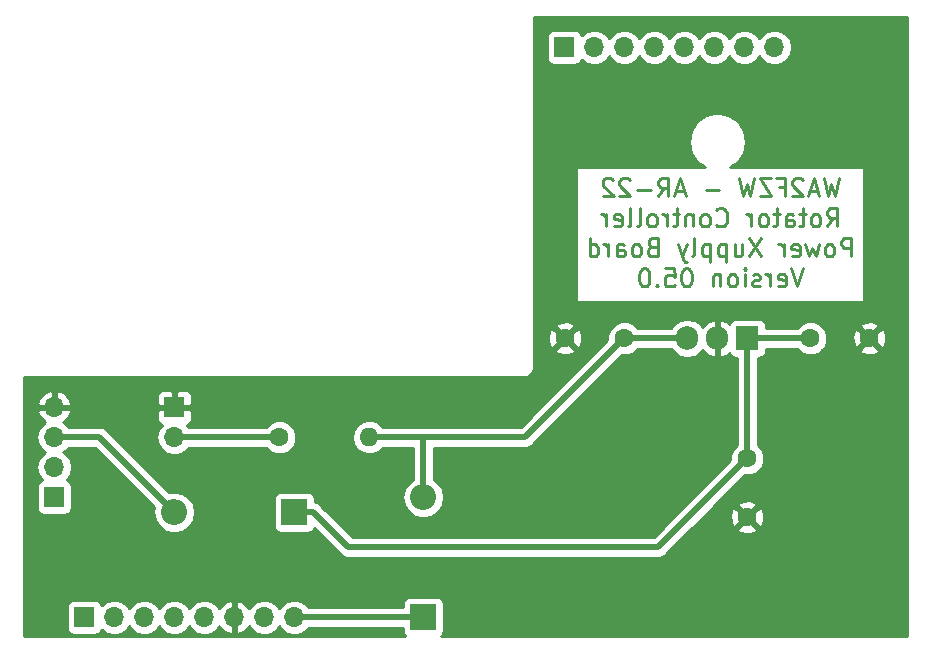
<source format=gbr>
G04 #@! TF.GenerationSoftware,KiCad,Pcbnew,(5.0.2)-1*
G04 #@! TF.CreationDate,2019-02-27T10:38:39-05:00*
G04 #@! TF.ProjectId,AR-22_Power_Supply,41522d32-325f-4506-9f77-65725f537570,rev?*
G04 #@! TF.SameCoordinates,Original*
G04 #@! TF.FileFunction,Copper,L2,Bot*
G04 #@! TF.FilePolarity,Positive*
%FSLAX46Y46*%
G04 Gerber Fmt 4.6, Leading zero omitted, Abs format (unit mm)*
G04 Created by KiCad (PCBNEW (5.0.2)-1) date 2/27/2019 10:38:39 AM*
%MOMM*%
%LPD*%
G01*
G04 APERTURE LIST*
G04 #@! TA.AperFunction,NonConductor*
%ADD10C,0.254000*%
G04 #@! TD*
G04 #@! TA.AperFunction,ComponentPad*
%ADD11C,1.600000*%
G04 #@! TD*
G04 #@! TA.AperFunction,ComponentPad*
%ADD12R,1.700000X1.700000*%
G04 #@! TD*
G04 #@! TA.AperFunction,ComponentPad*
%ADD13O,1.700000X1.700000*%
G04 #@! TD*
G04 #@! TA.AperFunction,ComponentPad*
%ADD14O,2.200000X2.200000*%
G04 #@! TD*
G04 #@! TA.AperFunction,ComponentPad*
%ADD15R,2.200000X2.200000*%
G04 #@! TD*
G04 #@! TA.AperFunction,ComponentPad*
%ADD16R,1.905000X2.000000*%
G04 #@! TD*
G04 #@! TA.AperFunction,ComponentPad*
%ADD17O,1.905000X2.000000*%
G04 #@! TD*
G04 #@! TA.AperFunction,ComponentPad*
%ADD18O,1.600000X1.600000*%
G04 #@! TD*
G04 #@! TA.AperFunction,Conductor*
%ADD19C,0.508000*%
G04 #@! TD*
G04 #@! TA.AperFunction,Conductor*
%ADD20C,0.254000*%
G04 #@! TD*
G04 APERTURE END LIST*
D10*
X185803714Y-42345428D02*
X185446571Y-43869428D01*
X185160857Y-42780857D01*
X184875142Y-43869428D01*
X184518000Y-42345428D01*
X184018000Y-43434000D02*
X183303714Y-43434000D01*
X184160857Y-43869428D02*
X183660857Y-42345428D01*
X183160857Y-43869428D01*
X182732285Y-42490571D02*
X182660857Y-42418000D01*
X182518000Y-42345428D01*
X182160857Y-42345428D01*
X182018000Y-42418000D01*
X181946571Y-42490571D01*
X181875142Y-42635714D01*
X181875142Y-42780857D01*
X181946571Y-42998571D01*
X182803714Y-43869428D01*
X181875142Y-43869428D01*
X180732285Y-43071142D02*
X181232285Y-43071142D01*
X181232285Y-43869428D02*
X181232285Y-42345428D01*
X180518000Y-42345428D01*
X180089428Y-42345428D02*
X179089428Y-42345428D01*
X180089428Y-43869428D01*
X179089428Y-43869428D01*
X178660857Y-42345428D02*
X178303714Y-43869428D01*
X178018000Y-42780857D01*
X177732285Y-43869428D01*
X177375142Y-42345428D01*
X175660857Y-43288857D02*
X174518000Y-43288857D01*
X172732285Y-43434000D02*
X172018000Y-43434000D01*
X172875142Y-43869428D02*
X172375142Y-42345428D01*
X171875142Y-43869428D01*
X170518000Y-43869428D02*
X171018000Y-43143714D01*
X171375142Y-43869428D02*
X171375142Y-42345428D01*
X170803714Y-42345428D01*
X170660857Y-42418000D01*
X170589428Y-42490571D01*
X170518000Y-42635714D01*
X170518000Y-42853428D01*
X170589428Y-42998571D01*
X170660857Y-43071142D01*
X170803714Y-43143714D01*
X171375142Y-43143714D01*
X169875142Y-43288857D02*
X168732285Y-43288857D01*
X168089428Y-42490571D02*
X168018000Y-42418000D01*
X167875142Y-42345428D01*
X167518000Y-42345428D01*
X167375142Y-42418000D01*
X167303714Y-42490571D01*
X167232285Y-42635714D01*
X167232285Y-42780857D01*
X167303714Y-42998571D01*
X168160857Y-43869428D01*
X167232285Y-43869428D01*
X166660857Y-42490571D02*
X166589428Y-42418000D01*
X166446571Y-42345428D01*
X166089428Y-42345428D01*
X165946571Y-42418000D01*
X165875142Y-42490571D01*
X165803714Y-42635714D01*
X165803714Y-42780857D01*
X165875142Y-42998571D01*
X166732285Y-43869428D01*
X165803714Y-43869428D01*
X184803714Y-46409428D02*
X185303714Y-45683714D01*
X185660857Y-46409428D02*
X185660857Y-44885428D01*
X185089428Y-44885428D01*
X184946571Y-44958000D01*
X184875142Y-45030571D01*
X184803714Y-45175714D01*
X184803714Y-45393428D01*
X184875142Y-45538571D01*
X184946571Y-45611142D01*
X185089428Y-45683714D01*
X185660857Y-45683714D01*
X183946571Y-46409428D02*
X184089428Y-46336857D01*
X184160857Y-46264285D01*
X184232285Y-46119142D01*
X184232285Y-45683714D01*
X184160857Y-45538571D01*
X184089428Y-45466000D01*
X183946571Y-45393428D01*
X183732285Y-45393428D01*
X183589428Y-45466000D01*
X183518000Y-45538571D01*
X183446571Y-45683714D01*
X183446571Y-46119142D01*
X183518000Y-46264285D01*
X183589428Y-46336857D01*
X183732285Y-46409428D01*
X183946571Y-46409428D01*
X183018000Y-45393428D02*
X182446571Y-45393428D01*
X182803714Y-44885428D02*
X182803714Y-46191714D01*
X182732285Y-46336857D01*
X182589428Y-46409428D01*
X182446571Y-46409428D01*
X181303714Y-46409428D02*
X181303714Y-45611142D01*
X181375142Y-45466000D01*
X181518000Y-45393428D01*
X181803714Y-45393428D01*
X181946571Y-45466000D01*
X181303714Y-46336857D02*
X181446571Y-46409428D01*
X181803714Y-46409428D01*
X181946571Y-46336857D01*
X182018000Y-46191714D01*
X182018000Y-46046571D01*
X181946571Y-45901428D01*
X181803714Y-45828857D01*
X181446571Y-45828857D01*
X181303714Y-45756285D01*
X180803714Y-45393428D02*
X180232285Y-45393428D01*
X180589428Y-44885428D02*
X180589428Y-46191714D01*
X180518000Y-46336857D01*
X180375142Y-46409428D01*
X180232285Y-46409428D01*
X179518000Y-46409428D02*
X179660857Y-46336857D01*
X179732285Y-46264285D01*
X179803714Y-46119142D01*
X179803714Y-45683714D01*
X179732285Y-45538571D01*
X179660857Y-45466000D01*
X179518000Y-45393428D01*
X179303714Y-45393428D01*
X179160857Y-45466000D01*
X179089428Y-45538571D01*
X179018000Y-45683714D01*
X179018000Y-46119142D01*
X179089428Y-46264285D01*
X179160857Y-46336857D01*
X179303714Y-46409428D01*
X179518000Y-46409428D01*
X178375142Y-46409428D02*
X178375142Y-45393428D01*
X178375142Y-45683714D02*
X178303714Y-45538571D01*
X178232285Y-45466000D01*
X178089428Y-45393428D01*
X177946571Y-45393428D01*
X175446571Y-46264285D02*
X175518000Y-46336857D01*
X175732285Y-46409428D01*
X175875142Y-46409428D01*
X176089428Y-46336857D01*
X176232285Y-46191714D01*
X176303714Y-46046571D01*
X176375142Y-45756285D01*
X176375142Y-45538571D01*
X176303714Y-45248285D01*
X176232285Y-45103142D01*
X176089428Y-44958000D01*
X175875142Y-44885428D01*
X175732285Y-44885428D01*
X175518000Y-44958000D01*
X175446571Y-45030571D01*
X174589428Y-46409428D02*
X174732285Y-46336857D01*
X174803714Y-46264285D01*
X174875142Y-46119142D01*
X174875142Y-45683714D01*
X174803714Y-45538571D01*
X174732285Y-45466000D01*
X174589428Y-45393428D01*
X174375142Y-45393428D01*
X174232285Y-45466000D01*
X174160857Y-45538571D01*
X174089428Y-45683714D01*
X174089428Y-46119142D01*
X174160857Y-46264285D01*
X174232285Y-46336857D01*
X174375142Y-46409428D01*
X174589428Y-46409428D01*
X173446571Y-45393428D02*
X173446571Y-46409428D01*
X173446571Y-45538571D02*
X173375142Y-45466000D01*
X173232285Y-45393428D01*
X173018000Y-45393428D01*
X172875142Y-45466000D01*
X172803714Y-45611142D01*
X172803714Y-46409428D01*
X172303714Y-45393428D02*
X171732285Y-45393428D01*
X172089428Y-44885428D02*
X172089428Y-46191714D01*
X172018000Y-46336857D01*
X171875142Y-46409428D01*
X171732285Y-46409428D01*
X171232285Y-46409428D02*
X171232285Y-45393428D01*
X171232285Y-45683714D02*
X171160857Y-45538571D01*
X171089428Y-45466000D01*
X170946571Y-45393428D01*
X170803714Y-45393428D01*
X170089428Y-46409428D02*
X170232285Y-46336857D01*
X170303714Y-46264285D01*
X170375142Y-46119142D01*
X170375142Y-45683714D01*
X170303714Y-45538571D01*
X170232285Y-45466000D01*
X170089428Y-45393428D01*
X169875142Y-45393428D01*
X169732285Y-45466000D01*
X169660857Y-45538571D01*
X169589428Y-45683714D01*
X169589428Y-46119142D01*
X169660857Y-46264285D01*
X169732285Y-46336857D01*
X169875142Y-46409428D01*
X170089428Y-46409428D01*
X168732285Y-46409428D02*
X168875142Y-46336857D01*
X168946571Y-46191714D01*
X168946571Y-44885428D01*
X167946571Y-46409428D02*
X168089428Y-46336857D01*
X168160857Y-46191714D01*
X168160857Y-44885428D01*
X166803714Y-46336857D02*
X166946571Y-46409428D01*
X167232285Y-46409428D01*
X167375142Y-46336857D01*
X167446571Y-46191714D01*
X167446571Y-45611142D01*
X167375142Y-45466000D01*
X167232285Y-45393428D01*
X166946571Y-45393428D01*
X166803714Y-45466000D01*
X166732285Y-45611142D01*
X166732285Y-45756285D01*
X167446571Y-45901428D01*
X166089428Y-46409428D02*
X166089428Y-45393428D01*
X166089428Y-45683714D02*
X166018000Y-45538571D01*
X165946571Y-45466000D01*
X165803714Y-45393428D01*
X165660857Y-45393428D01*
X186839428Y-48949428D02*
X186839428Y-47425428D01*
X186268000Y-47425428D01*
X186125142Y-47498000D01*
X186053714Y-47570571D01*
X185982285Y-47715714D01*
X185982285Y-47933428D01*
X186053714Y-48078571D01*
X186125142Y-48151142D01*
X186268000Y-48223714D01*
X186839428Y-48223714D01*
X185125142Y-48949428D02*
X185268000Y-48876857D01*
X185339428Y-48804285D01*
X185410857Y-48659142D01*
X185410857Y-48223714D01*
X185339428Y-48078571D01*
X185268000Y-48006000D01*
X185125142Y-47933428D01*
X184910857Y-47933428D01*
X184768000Y-48006000D01*
X184696571Y-48078571D01*
X184625142Y-48223714D01*
X184625142Y-48659142D01*
X184696571Y-48804285D01*
X184768000Y-48876857D01*
X184910857Y-48949428D01*
X185125142Y-48949428D01*
X184125142Y-47933428D02*
X183839428Y-48949428D01*
X183553714Y-48223714D01*
X183268000Y-48949428D01*
X182982285Y-47933428D01*
X181839428Y-48876857D02*
X181982285Y-48949428D01*
X182268000Y-48949428D01*
X182410857Y-48876857D01*
X182482285Y-48731714D01*
X182482285Y-48151142D01*
X182410857Y-48006000D01*
X182268000Y-47933428D01*
X181982285Y-47933428D01*
X181839428Y-48006000D01*
X181768000Y-48151142D01*
X181768000Y-48296285D01*
X182482285Y-48441428D01*
X181125142Y-48949428D02*
X181125142Y-47933428D01*
X181125142Y-48223714D02*
X181053714Y-48078571D01*
X180982285Y-48006000D01*
X180839428Y-47933428D01*
X180696571Y-47933428D01*
X179196571Y-47425428D02*
X178196571Y-48949428D01*
X178196571Y-47425428D02*
X179196571Y-48949428D01*
X176982285Y-47933428D02*
X176982285Y-48949428D01*
X177625142Y-47933428D02*
X177625142Y-48731714D01*
X177553714Y-48876857D01*
X177410857Y-48949428D01*
X177196571Y-48949428D01*
X177053714Y-48876857D01*
X176982285Y-48804285D01*
X176268000Y-47933428D02*
X176268000Y-49457428D01*
X176268000Y-48006000D02*
X176125142Y-47933428D01*
X175839428Y-47933428D01*
X175696571Y-48006000D01*
X175625142Y-48078571D01*
X175553714Y-48223714D01*
X175553714Y-48659142D01*
X175625142Y-48804285D01*
X175696571Y-48876857D01*
X175839428Y-48949428D01*
X176125142Y-48949428D01*
X176268000Y-48876857D01*
X174910857Y-47933428D02*
X174910857Y-49457428D01*
X174910857Y-48006000D02*
X174768000Y-47933428D01*
X174482285Y-47933428D01*
X174339428Y-48006000D01*
X174268000Y-48078571D01*
X174196571Y-48223714D01*
X174196571Y-48659142D01*
X174268000Y-48804285D01*
X174339428Y-48876857D01*
X174482285Y-48949428D01*
X174768000Y-48949428D01*
X174910857Y-48876857D01*
X173339428Y-48949428D02*
X173482285Y-48876857D01*
X173553714Y-48731714D01*
X173553714Y-47425428D01*
X172910857Y-47933428D02*
X172553714Y-48949428D01*
X172196571Y-47933428D02*
X172553714Y-48949428D01*
X172696571Y-49312285D01*
X172768000Y-49384857D01*
X172910857Y-49457428D01*
X169982285Y-48151142D02*
X169768000Y-48223714D01*
X169696571Y-48296285D01*
X169625142Y-48441428D01*
X169625142Y-48659142D01*
X169696571Y-48804285D01*
X169768000Y-48876857D01*
X169910857Y-48949428D01*
X170482285Y-48949428D01*
X170482285Y-47425428D01*
X169982285Y-47425428D01*
X169839428Y-47498000D01*
X169768000Y-47570571D01*
X169696571Y-47715714D01*
X169696571Y-47860857D01*
X169768000Y-48006000D01*
X169839428Y-48078571D01*
X169982285Y-48151142D01*
X170482285Y-48151142D01*
X168768000Y-48949428D02*
X168910857Y-48876857D01*
X168982285Y-48804285D01*
X169053714Y-48659142D01*
X169053714Y-48223714D01*
X168982285Y-48078571D01*
X168910857Y-48006000D01*
X168768000Y-47933428D01*
X168553714Y-47933428D01*
X168410857Y-48006000D01*
X168339428Y-48078571D01*
X168268000Y-48223714D01*
X168268000Y-48659142D01*
X168339428Y-48804285D01*
X168410857Y-48876857D01*
X168553714Y-48949428D01*
X168768000Y-48949428D01*
X166982285Y-48949428D02*
X166982285Y-48151142D01*
X167053714Y-48006000D01*
X167196571Y-47933428D01*
X167482285Y-47933428D01*
X167625142Y-48006000D01*
X166982285Y-48876857D02*
X167125142Y-48949428D01*
X167482285Y-48949428D01*
X167625142Y-48876857D01*
X167696571Y-48731714D01*
X167696571Y-48586571D01*
X167625142Y-48441428D01*
X167482285Y-48368857D01*
X167125142Y-48368857D01*
X166982285Y-48296285D01*
X166268000Y-48949428D02*
X166268000Y-47933428D01*
X166268000Y-48223714D02*
X166196571Y-48078571D01*
X166125142Y-48006000D01*
X165982285Y-47933428D01*
X165839428Y-47933428D01*
X164696571Y-48949428D02*
X164696571Y-47425428D01*
X164696571Y-48876857D02*
X164839428Y-48949428D01*
X165125142Y-48949428D01*
X165268000Y-48876857D01*
X165339428Y-48804285D01*
X165410857Y-48659142D01*
X165410857Y-48223714D01*
X165339428Y-48078571D01*
X165268000Y-48006000D01*
X165125142Y-47933428D01*
X164839428Y-47933428D01*
X164696571Y-48006000D01*
X182768000Y-49965428D02*
X182268000Y-51489428D01*
X181768000Y-49965428D01*
X180696571Y-51416857D02*
X180839428Y-51489428D01*
X181125142Y-51489428D01*
X181268000Y-51416857D01*
X181339428Y-51271714D01*
X181339428Y-50691142D01*
X181268000Y-50546000D01*
X181125142Y-50473428D01*
X180839428Y-50473428D01*
X180696571Y-50546000D01*
X180625142Y-50691142D01*
X180625142Y-50836285D01*
X181339428Y-50981428D01*
X179982285Y-51489428D02*
X179982285Y-50473428D01*
X179982285Y-50763714D02*
X179910857Y-50618571D01*
X179839428Y-50546000D01*
X179696571Y-50473428D01*
X179553714Y-50473428D01*
X179125142Y-51416857D02*
X178982285Y-51489428D01*
X178696571Y-51489428D01*
X178553714Y-51416857D01*
X178482285Y-51271714D01*
X178482285Y-51199142D01*
X178553714Y-51054000D01*
X178696571Y-50981428D01*
X178910857Y-50981428D01*
X179053714Y-50908857D01*
X179125142Y-50763714D01*
X179125142Y-50691142D01*
X179053714Y-50546000D01*
X178910857Y-50473428D01*
X178696571Y-50473428D01*
X178553714Y-50546000D01*
X177839428Y-51489428D02*
X177839428Y-50473428D01*
X177839428Y-49965428D02*
X177910857Y-50038000D01*
X177839428Y-50110571D01*
X177768000Y-50038000D01*
X177839428Y-49965428D01*
X177839428Y-50110571D01*
X176910857Y-51489428D02*
X177053714Y-51416857D01*
X177125142Y-51344285D01*
X177196571Y-51199142D01*
X177196571Y-50763714D01*
X177125142Y-50618571D01*
X177053714Y-50546000D01*
X176910857Y-50473428D01*
X176696571Y-50473428D01*
X176553714Y-50546000D01*
X176482285Y-50618571D01*
X176410857Y-50763714D01*
X176410857Y-51199142D01*
X176482285Y-51344285D01*
X176553714Y-51416857D01*
X176696571Y-51489428D01*
X176910857Y-51489428D01*
X175768000Y-50473428D02*
X175768000Y-51489428D01*
X175768000Y-50618571D02*
X175696571Y-50546000D01*
X175553714Y-50473428D01*
X175339428Y-50473428D01*
X175196571Y-50546000D01*
X175125142Y-50691142D01*
X175125142Y-51489428D01*
X172982285Y-49965428D02*
X172839428Y-49965428D01*
X172696571Y-50038000D01*
X172625142Y-50110571D01*
X172553714Y-50255714D01*
X172482285Y-50546000D01*
X172482285Y-50908857D01*
X172553714Y-51199142D01*
X172625142Y-51344285D01*
X172696571Y-51416857D01*
X172839428Y-51489428D01*
X172982285Y-51489428D01*
X173125142Y-51416857D01*
X173196571Y-51344285D01*
X173268000Y-51199142D01*
X173339428Y-50908857D01*
X173339428Y-50546000D01*
X173268000Y-50255714D01*
X173196571Y-50110571D01*
X173125142Y-50038000D01*
X172982285Y-49965428D01*
X171125142Y-49965428D02*
X171839428Y-49965428D01*
X171910857Y-50691142D01*
X171839428Y-50618571D01*
X171696571Y-50546000D01*
X171339428Y-50546000D01*
X171196571Y-50618571D01*
X171125142Y-50691142D01*
X171053714Y-50836285D01*
X171053714Y-51199142D01*
X171125142Y-51344285D01*
X171196571Y-51416857D01*
X171339428Y-51489428D01*
X171696571Y-51489428D01*
X171839428Y-51416857D01*
X171910857Y-51344285D01*
X170410857Y-51344285D02*
X170339428Y-51416857D01*
X170410857Y-51489428D01*
X170482285Y-51416857D01*
X170410857Y-51344285D01*
X170410857Y-51489428D01*
X169410857Y-49965428D02*
X169268000Y-49965428D01*
X169125142Y-50038000D01*
X169053714Y-50110571D01*
X168982285Y-50255714D01*
X168910857Y-50546000D01*
X168910857Y-50908857D01*
X168982285Y-51199142D01*
X169053714Y-51344285D01*
X169125142Y-51416857D01*
X169268000Y-51489428D01*
X169410857Y-51489428D01*
X169553714Y-51416857D01*
X169625142Y-51344285D01*
X169696571Y-51199142D01*
X169768000Y-50908857D01*
X169768000Y-50546000D01*
X169696571Y-50255714D01*
X169625142Y-50110571D01*
X169553714Y-50038000D01*
X169410857Y-49965428D01*
D11*
G04 #@! TO.P,C1,1*
G04 #@! TO.N,Net-(C1-Pad1)*
X178054000Y-66040000D03*
G04 #@! TO.P,C1,2*
G04 #@! TO.N,GND*
X178054000Y-71040000D03*
G04 #@! TD*
G04 #@! TO.P,C3,2*
G04 #@! TO.N,GND*
X162640000Y-55880000D03*
G04 #@! TO.P,C3,1*
G04 #@! TO.N,Net-(C3-Pad1)*
X167640000Y-55880000D03*
G04 #@! TD*
G04 #@! TO.P,C2,1*
G04 #@! TO.N,Net-(C1-Pad1)*
X183388000Y-55880000D03*
G04 #@! TO.P,C2,2*
G04 #@! TO.N,GND*
X188388000Y-55880000D03*
G04 #@! TD*
D12*
G04 #@! TO.P,J1,1*
G04 #@! TO.N,GND*
X129540000Y-61722000D03*
D13*
G04 #@! TO.P,J1,2*
G04 #@! TO.N,Net-(J1-Pad2)*
X129540000Y-64262000D03*
G04 #@! TD*
D12*
G04 #@! TO.P,J2,1*
G04 #@! TO.N,Net-(J2-Pad1)*
X119380000Y-69342000D03*
D13*
G04 #@! TO.P,J2,2*
G04 #@! TO.N,Net-(J2-Pad2)*
X119380000Y-66802000D03*
G04 #@! TO.P,J2,3*
G04 #@! TO.N,Net-(D1-Pad2)*
X119380000Y-64262000D03*
G04 #@! TO.P,J2,4*
G04 #@! TO.N,GND*
X119380000Y-61722000D03*
G04 #@! TD*
G04 #@! TO.P,,8*
G04 #@! TO.N,Net-(J4-Pad8)*
X180340000Y-31242000D03*
G04 #@! TO.P,,7*
G04 #@! TO.N,Net-(J4-Pad7)*
X177800000Y-31242000D03*
G04 #@! TO.P,,6*
G04 #@! TO.N,Net-(J4-Pad6)*
X175260000Y-31242000D03*
G04 #@! TO.P,,5*
G04 #@! TO.N,Net-(J4-Pad5)*
X172720000Y-31242000D03*
G04 #@! TO.P,,4*
G04 #@! TO.N,Net-(J4-Pad4)*
X170180000Y-31242000D03*
G04 #@! TO.P,,3*
G04 #@! TO.N,Net-(J4-Pad3)*
X167640000Y-31242000D03*
G04 #@! TO.P,,2*
G04 #@! TO.N,Net-(J4-Pad2)*
X165100000Y-31242000D03*
D12*
G04 #@! TO.P,,1*
G04 #@! TO.N,Net-(J4-Pad1)*
X162560000Y-31242000D03*
G04 #@! TD*
G04 #@! TO.P,J3,1*
G04 #@! TO.N,Net-(J3-Pad1)*
X121920000Y-79502000D03*
D13*
G04 #@! TO.P,J3,2*
G04 #@! TO.N,Net-(J3-Pad2)*
X124460000Y-79502000D03*
G04 #@! TO.P,J3,3*
G04 #@! TO.N,Net-(J3-Pad3)*
X127000000Y-79502000D03*
G04 #@! TO.P,J3,4*
G04 #@! TO.N,Net-(J3-Pad4)*
X129540000Y-79502000D03*
G04 #@! TO.P,J3,5*
G04 #@! TO.N,Net-(J3-Pad5)*
X132080000Y-79502000D03*
G04 #@! TO.P,J3,6*
G04 #@! TO.N,GND*
X134620000Y-79502000D03*
G04 #@! TO.P,J3,7*
G04 #@! TO.N,Net-(J3-Pad7)*
X137160000Y-79502000D03*
G04 #@! TO.P,J3,8*
G04 #@! TO.N,Net-(D2-Pad1)*
X139700000Y-79502000D03*
G04 #@! TD*
D14*
G04 #@! TO.P,D2,2*
G04 #@! TO.N,Net-(C3-Pad1)*
X150622000Y-69342000D03*
D15*
G04 #@! TO.P,D2,1*
G04 #@! TO.N,Net-(D2-Pad1)*
X150622000Y-79502000D03*
G04 #@! TD*
G04 #@! TO.P,D1,1*
G04 #@! TO.N,Net-(C1-Pad1)*
X139700000Y-70612000D03*
D14*
G04 #@! TO.P,D1,2*
G04 #@! TO.N,Net-(D1-Pad2)*
X129540000Y-70612000D03*
G04 #@! TD*
D16*
G04 #@! TO.P,U1,1*
G04 #@! TO.N,Net-(C1-Pad1)*
X178054000Y-55880000D03*
D17*
G04 #@! TO.P,U1,2*
G04 #@! TO.N,GND*
X175514000Y-55880000D03*
G04 #@! TO.P,U1,3*
G04 #@! TO.N,Net-(C3-Pad1)*
X172974000Y-55880000D03*
G04 #@! TD*
D11*
G04 #@! TO.P,R1,1*
G04 #@! TO.N,Net-(J1-Pad2)*
X138430000Y-64262000D03*
D18*
G04 #@! TO.P,R1,2*
G04 #@! TO.N,Net-(C3-Pad1)*
X146050000Y-64262000D03*
G04 #@! TD*
D19*
G04 #@! TO.N,Net-(J1-Pad2)*
X129540000Y-64262000D02*
X138430000Y-64262000D01*
G04 #@! TO.N,Net-(C3-Pad1)*
X147181370Y-64262000D02*
X146050000Y-64262000D01*
X167640000Y-55880000D02*
X159258000Y-64262000D01*
X150622000Y-69342000D02*
X150622000Y-64262000D01*
X159258000Y-64262000D02*
X150622000Y-64262000D01*
X150622000Y-64262000D02*
X147181370Y-64262000D01*
X167640000Y-55880000D02*
X168771370Y-55880000D01*
X168771370Y-55880000D02*
X172974000Y-55880000D01*
G04 #@! TO.N,Net-(C1-Pad1)*
X178054000Y-55880000D02*
X183388000Y-55880000D01*
X178054000Y-55880000D02*
X178054000Y-66040000D01*
X141308000Y-70612000D02*
X144272000Y-73576000D01*
X139700000Y-70612000D02*
X141308000Y-70612000D01*
X170518000Y-73576000D02*
X178054000Y-66040000D01*
X144272000Y-73576000D02*
X170518000Y-73576000D01*
G04 #@! TO.N,Net-(D1-Pad2)*
X128440001Y-69512001D02*
X123190000Y-64262000D01*
X129540000Y-70612000D02*
X128440001Y-69512001D01*
X119380000Y-64262000D02*
X123190000Y-64262000D01*
G04 #@! TO.N,Net-(D2-Pad1)*
X139700000Y-79502000D02*
X150622000Y-79502000D01*
G04 #@! TD*
D20*
G04 #@! TO.N,GND*
G36*
X191568001Y-81078000D02*
X152152584Y-81078000D01*
X152179809Y-81059809D01*
X152320157Y-80849765D01*
X152369440Y-80602000D01*
X152369440Y-78402000D01*
X152320157Y-78154235D01*
X152179809Y-77944191D01*
X151969765Y-77803843D01*
X151722000Y-77754560D01*
X149522000Y-77754560D01*
X149274235Y-77803843D01*
X149064191Y-77944191D01*
X148923843Y-78154235D01*
X148874560Y-78402000D01*
X148874560Y-78613000D01*
X140891983Y-78613000D01*
X140770625Y-78431375D01*
X140279418Y-78103161D01*
X139846256Y-78017000D01*
X139553744Y-78017000D01*
X139120582Y-78103161D01*
X138629375Y-78431375D01*
X138430000Y-78729761D01*
X138230625Y-78431375D01*
X137739418Y-78103161D01*
X137306256Y-78017000D01*
X137013744Y-78017000D01*
X136580582Y-78103161D01*
X136089375Y-78431375D01*
X135876157Y-78750478D01*
X135815183Y-78620642D01*
X135386924Y-78230355D01*
X134976890Y-78060524D01*
X134747000Y-78181845D01*
X134747000Y-79375000D01*
X134767000Y-79375000D01*
X134767000Y-79629000D01*
X134747000Y-79629000D01*
X134747000Y-80822155D01*
X134976890Y-80943476D01*
X135386924Y-80773645D01*
X135815183Y-80383358D01*
X135876157Y-80253522D01*
X136089375Y-80572625D01*
X136580582Y-80900839D01*
X137013744Y-80987000D01*
X137306256Y-80987000D01*
X137739418Y-80900839D01*
X138230625Y-80572625D01*
X138430000Y-80274239D01*
X138629375Y-80572625D01*
X139120582Y-80900839D01*
X139553744Y-80987000D01*
X139846256Y-80987000D01*
X140279418Y-80900839D01*
X140770625Y-80572625D01*
X140891983Y-80391000D01*
X148874560Y-80391000D01*
X148874560Y-80602000D01*
X148923843Y-80849765D01*
X149064191Y-81059809D01*
X149091416Y-81078000D01*
X116788000Y-81078000D01*
X116788000Y-78652000D01*
X120422560Y-78652000D01*
X120422560Y-80352000D01*
X120471843Y-80599765D01*
X120612191Y-80809809D01*
X120822235Y-80950157D01*
X121070000Y-80999440D01*
X122770000Y-80999440D01*
X123017765Y-80950157D01*
X123227809Y-80809809D01*
X123368157Y-80599765D01*
X123377184Y-80554381D01*
X123389375Y-80572625D01*
X123880582Y-80900839D01*
X124313744Y-80987000D01*
X124606256Y-80987000D01*
X125039418Y-80900839D01*
X125530625Y-80572625D01*
X125730000Y-80274239D01*
X125929375Y-80572625D01*
X126420582Y-80900839D01*
X126853744Y-80987000D01*
X127146256Y-80987000D01*
X127579418Y-80900839D01*
X128070625Y-80572625D01*
X128270000Y-80274239D01*
X128469375Y-80572625D01*
X128960582Y-80900839D01*
X129393744Y-80987000D01*
X129686256Y-80987000D01*
X130119418Y-80900839D01*
X130610625Y-80572625D01*
X130810000Y-80274239D01*
X131009375Y-80572625D01*
X131500582Y-80900839D01*
X131933744Y-80987000D01*
X132226256Y-80987000D01*
X132659418Y-80900839D01*
X133150625Y-80572625D01*
X133363843Y-80253522D01*
X133424817Y-80383358D01*
X133853076Y-80773645D01*
X134263110Y-80943476D01*
X134493000Y-80822155D01*
X134493000Y-79629000D01*
X134473000Y-79629000D01*
X134473000Y-79375000D01*
X134493000Y-79375000D01*
X134493000Y-78181845D01*
X134263110Y-78060524D01*
X133853076Y-78230355D01*
X133424817Y-78620642D01*
X133363843Y-78750478D01*
X133150625Y-78431375D01*
X132659418Y-78103161D01*
X132226256Y-78017000D01*
X131933744Y-78017000D01*
X131500582Y-78103161D01*
X131009375Y-78431375D01*
X130810000Y-78729761D01*
X130610625Y-78431375D01*
X130119418Y-78103161D01*
X129686256Y-78017000D01*
X129393744Y-78017000D01*
X128960582Y-78103161D01*
X128469375Y-78431375D01*
X128270000Y-78729761D01*
X128070625Y-78431375D01*
X127579418Y-78103161D01*
X127146256Y-78017000D01*
X126853744Y-78017000D01*
X126420582Y-78103161D01*
X125929375Y-78431375D01*
X125730000Y-78729761D01*
X125530625Y-78431375D01*
X125039418Y-78103161D01*
X124606256Y-78017000D01*
X124313744Y-78017000D01*
X123880582Y-78103161D01*
X123389375Y-78431375D01*
X123377184Y-78449619D01*
X123368157Y-78404235D01*
X123227809Y-78194191D01*
X123017765Y-78053843D01*
X122770000Y-78004560D01*
X121070000Y-78004560D01*
X120822235Y-78053843D01*
X120612191Y-78194191D01*
X120471843Y-78404235D01*
X120422560Y-78652000D01*
X116788000Y-78652000D01*
X116788000Y-64262000D01*
X117865908Y-64262000D01*
X117981161Y-64841418D01*
X118309375Y-65332625D01*
X118607761Y-65532000D01*
X118309375Y-65731375D01*
X117981161Y-66222582D01*
X117865908Y-66802000D01*
X117981161Y-67381418D01*
X118309375Y-67872625D01*
X118327619Y-67884816D01*
X118282235Y-67893843D01*
X118072191Y-68034191D01*
X117931843Y-68244235D01*
X117882560Y-68492000D01*
X117882560Y-70192000D01*
X117931843Y-70439765D01*
X118072191Y-70649809D01*
X118282235Y-70790157D01*
X118530000Y-70839440D01*
X120230000Y-70839440D01*
X120477765Y-70790157D01*
X120687809Y-70649809D01*
X120828157Y-70439765D01*
X120877440Y-70192000D01*
X120877440Y-68492000D01*
X120828157Y-68244235D01*
X120687809Y-68034191D01*
X120477765Y-67893843D01*
X120432381Y-67884816D01*
X120450625Y-67872625D01*
X120778839Y-67381418D01*
X120894092Y-66802000D01*
X120778839Y-66222582D01*
X120450625Y-65731375D01*
X120152239Y-65532000D01*
X120450625Y-65332625D01*
X120571983Y-65151000D01*
X122821765Y-65151000D01*
X127855915Y-70185151D01*
X127771010Y-70612000D01*
X127905666Y-71288963D01*
X128289135Y-71862865D01*
X128863037Y-72246334D01*
X129369120Y-72347000D01*
X129710880Y-72347000D01*
X130216963Y-72246334D01*
X130790865Y-71862865D01*
X131174334Y-71288963D01*
X131308990Y-70612000D01*
X131174334Y-69935037D01*
X130891670Y-69512000D01*
X137952560Y-69512000D01*
X137952560Y-71712000D01*
X138001843Y-71959765D01*
X138142191Y-72169809D01*
X138352235Y-72310157D01*
X138600000Y-72359440D01*
X140800000Y-72359440D01*
X141047765Y-72310157D01*
X141257809Y-72169809D01*
X141398157Y-71959765D01*
X141398219Y-71959454D01*
X143581471Y-74142707D01*
X143631067Y-74216933D01*
X143925130Y-74413419D01*
X144184444Y-74465000D01*
X144184445Y-74465000D01*
X144272000Y-74482416D01*
X144359555Y-74465000D01*
X170430445Y-74465000D01*
X170518000Y-74482416D01*
X170605555Y-74465000D01*
X170605556Y-74465000D01*
X170864870Y-74413419D01*
X171158933Y-74216933D01*
X171208531Y-74142704D01*
X173303490Y-72047745D01*
X177225861Y-72047745D01*
X177299995Y-72293864D01*
X177837223Y-72486965D01*
X178407454Y-72459778D01*
X178808005Y-72293864D01*
X178882139Y-72047745D01*
X178054000Y-71219605D01*
X177225861Y-72047745D01*
X173303490Y-72047745D01*
X174528012Y-70823223D01*
X176607035Y-70823223D01*
X176634222Y-71393454D01*
X176800136Y-71794005D01*
X177046255Y-71868139D01*
X177874395Y-71040000D01*
X178233605Y-71040000D01*
X179061745Y-71868139D01*
X179307864Y-71794005D01*
X179500965Y-71256777D01*
X179473778Y-70686546D01*
X179307864Y-70285995D01*
X179061745Y-70211861D01*
X178233605Y-71040000D01*
X177874395Y-71040000D01*
X177046255Y-70211861D01*
X176800136Y-70285995D01*
X176607035Y-70823223D01*
X174528012Y-70823223D01*
X175318980Y-70032255D01*
X177225861Y-70032255D01*
X178054000Y-70860395D01*
X178882139Y-70032255D01*
X178808005Y-69786136D01*
X178270777Y-69593035D01*
X177700546Y-69620222D01*
X177299995Y-69786136D01*
X177225861Y-70032255D01*
X175318980Y-70032255D01*
X177876236Y-67475000D01*
X178339439Y-67475000D01*
X178866862Y-67256534D01*
X179270534Y-66852862D01*
X179489000Y-66325439D01*
X179489000Y-65754561D01*
X179270534Y-65227138D01*
X178943000Y-64899604D01*
X178943000Y-57527440D01*
X179006500Y-57527440D01*
X179254265Y-57478157D01*
X179464309Y-57337809D01*
X179604657Y-57127765D01*
X179653940Y-56880000D01*
X179653940Y-56769000D01*
X182247604Y-56769000D01*
X182575138Y-57096534D01*
X183102561Y-57315000D01*
X183673439Y-57315000D01*
X184200862Y-57096534D01*
X184409651Y-56887745D01*
X187559861Y-56887745D01*
X187633995Y-57133864D01*
X188171223Y-57326965D01*
X188741454Y-57299778D01*
X189142005Y-57133864D01*
X189216139Y-56887745D01*
X188388000Y-56059605D01*
X187559861Y-56887745D01*
X184409651Y-56887745D01*
X184604534Y-56692862D01*
X184823000Y-56165439D01*
X184823000Y-55663223D01*
X186941035Y-55663223D01*
X186968222Y-56233454D01*
X187134136Y-56634005D01*
X187380255Y-56708139D01*
X188208395Y-55880000D01*
X188567605Y-55880000D01*
X189395745Y-56708139D01*
X189641864Y-56634005D01*
X189834965Y-56096777D01*
X189807778Y-55526546D01*
X189641864Y-55125995D01*
X189395745Y-55051861D01*
X188567605Y-55880000D01*
X188208395Y-55880000D01*
X187380255Y-55051861D01*
X187134136Y-55125995D01*
X186941035Y-55663223D01*
X184823000Y-55663223D01*
X184823000Y-55594561D01*
X184604534Y-55067138D01*
X184409651Y-54872255D01*
X187559861Y-54872255D01*
X188388000Y-55700395D01*
X189216139Y-54872255D01*
X189142005Y-54626136D01*
X188604777Y-54433035D01*
X188034546Y-54460222D01*
X187633995Y-54626136D01*
X187559861Y-54872255D01*
X184409651Y-54872255D01*
X184200862Y-54663466D01*
X183673439Y-54445000D01*
X183102561Y-54445000D01*
X182575138Y-54663466D01*
X182247604Y-54991000D01*
X179653940Y-54991000D01*
X179653940Y-54880000D01*
X179604657Y-54632235D01*
X179464309Y-54422191D01*
X179254265Y-54281843D01*
X179006500Y-54232560D01*
X177101500Y-54232560D01*
X176853735Y-54281843D01*
X176643691Y-54422191D01*
X176506745Y-54627143D01*
X176380924Y-54504027D01*
X175886980Y-54289437D01*
X175641000Y-54409406D01*
X175641000Y-55753000D01*
X175661000Y-55753000D01*
X175661000Y-56007000D01*
X175641000Y-56007000D01*
X175641000Y-57350594D01*
X175886980Y-57470563D01*
X176380924Y-57255973D01*
X176506745Y-57132857D01*
X176643691Y-57337809D01*
X176853735Y-57478157D01*
X177101500Y-57527440D01*
X177165000Y-57527440D01*
X177165001Y-64899603D01*
X176837466Y-65227138D01*
X176619000Y-65754561D01*
X176619000Y-66217764D01*
X170149765Y-72687000D01*
X144640236Y-72687000D01*
X141998531Y-70045296D01*
X141948933Y-69971067D01*
X141654870Y-69774581D01*
X141447440Y-69733320D01*
X141447440Y-69512000D01*
X141398157Y-69264235D01*
X141257809Y-69054191D01*
X141047765Y-68913843D01*
X140800000Y-68864560D01*
X138600000Y-68864560D01*
X138352235Y-68913843D01*
X138142191Y-69054191D01*
X138001843Y-69264235D01*
X137952560Y-69512000D01*
X130891670Y-69512000D01*
X130790865Y-69361135D01*
X130216963Y-68977666D01*
X129710880Y-68877000D01*
X129369120Y-68877000D01*
X129113151Y-68927915D01*
X124447236Y-64262000D01*
X128025908Y-64262000D01*
X128141161Y-64841418D01*
X128469375Y-65332625D01*
X128960582Y-65660839D01*
X129393744Y-65747000D01*
X129686256Y-65747000D01*
X130119418Y-65660839D01*
X130610625Y-65332625D01*
X130731983Y-65151000D01*
X137289604Y-65151000D01*
X137617138Y-65478534D01*
X138144561Y-65697000D01*
X138715439Y-65697000D01*
X139242862Y-65478534D01*
X139646534Y-65074862D01*
X139865000Y-64547439D01*
X139865000Y-64262000D01*
X144586887Y-64262000D01*
X144698260Y-64821909D01*
X145015423Y-65296577D01*
X145490091Y-65613740D01*
X145908667Y-65697000D01*
X146191333Y-65697000D01*
X146609909Y-65613740D01*
X147084577Y-65296577D01*
X147181848Y-65151000D01*
X149733001Y-65151000D01*
X149733000Y-67849344D01*
X149371135Y-68091135D01*
X148987666Y-68665037D01*
X148853010Y-69342000D01*
X148987666Y-70018963D01*
X149371135Y-70592865D01*
X149945037Y-70976334D01*
X150451120Y-71077000D01*
X150792880Y-71077000D01*
X151298963Y-70976334D01*
X151872865Y-70592865D01*
X152256334Y-70018963D01*
X152390990Y-69342000D01*
X152256334Y-68665037D01*
X151872865Y-68091135D01*
X151511000Y-67849345D01*
X151511000Y-65151000D01*
X159170445Y-65151000D01*
X159258000Y-65168416D01*
X159345555Y-65151000D01*
X159345556Y-65151000D01*
X159604870Y-65099419D01*
X159898933Y-64902933D01*
X159948531Y-64828704D01*
X167462236Y-57315000D01*
X167925439Y-57315000D01*
X168452862Y-57096534D01*
X168780396Y-56769000D01*
X171627004Y-56769000D01*
X171829477Y-57072023D01*
X172354589Y-57422891D01*
X172974000Y-57546100D01*
X173593410Y-57422891D01*
X174118523Y-57072023D01*
X174253159Y-56870526D01*
X174647076Y-57255973D01*
X175141020Y-57470563D01*
X175387000Y-57350594D01*
X175387000Y-56007000D01*
X175367000Y-56007000D01*
X175367000Y-55753000D01*
X175387000Y-55753000D01*
X175387000Y-54409406D01*
X175141020Y-54289437D01*
X174647076Y-54504027D01*
X174253159Y-54889474D01*
X174118523Y-54687977D01*
X173593411Y-54337109D01*
X172974000Y-54213900D01*
X172354590Y-54337109D01*
X171829477Y-54687977D01*
X171627004Y-54991000D01*
X168780396Y-54991000D01*
X168452862Y-54663466D01*
X167925439Y-54445000D01*
X167354561Y-54445000D01*
X166827138Y-54663466D01*
X166423466Y-55067138D01*
X166205000Y-55594561D01*
X166205000Y-56057764D01*
X158889765Y-63373000D01*
X150709556Y-63373000D01*
X150622000Y-63355584D01*
X150534444Y-63373000D01*
X147181848Y-63373000D01*
X147084577Y-63227423D01*
X146609909Y-62910260D01*
X146191333Y-62827000D01*
X145908667Y-62827000D01*
X145490091Y-62910260D01*
X145015423Y-63227423D01*
X144698260Y-63702091D01*
X144586887Y-64262000D01*
X139865000Y-64262000D01*
X139865000Y-63976561D01*
X139646534Y-63449138D01*
X139242862Y-63045466D01*
X138715439Y-62827000D01*
X138144561Y-62827000D01*
X137617138Y-63045466D01*
X137289604Y-63373000D01*
X130731983Y-63373000D01*
X130610625Y-63191375D01*
X130588967Y-63176904D01*
X130749698Y-63110327D01*
X130928327Y-62931699D01*
X131025000Y-62698310D01*
X131025000Y-62007750D01*
X130866250Y-61849000D01*
X129667000Y-61849000D01*
X129667000Y-61869000D01*
X129413000Y-61869000D01*
X129413000Y-61849000D01*
X128213750Y-61849000D01*
X128055000Y-62007750D01*
X128055000Y-62698310D01*
X128151673Y-62931699D01*
X128330302Y-63110327D01*
X128491033Y-63176904D01*
X128469375Y-63191375D01*
X128141161Y-63682582D01*
X128025908Y-64262000D01*
X124447236Y-64262000D01*
X123880531Y-63695296D01*
X123830933Y-63621067D01*
X123536870Y-63424581D01*
X123277556Y-63373000D01*
X123277555Y-63373000D01*
X123190000Y-63355584D01*
X123102445Y-63373000D01*
X120571983Y-63373000D01*
X120450625Y-63191375D01*
X120131522Y-62978157D01*
X120261358Y-62917183D01*
X120651645Y-62488924D01*
X120821476Y-62078890D01*
X120700155Y-61849000D01*
X119507000Y-61849000D01*
X119507000Y-61869000D01*
X119253000Y-61869000D01*
X119253000Y-61849000D01*
X118059845Y-61849000D01*
X117938524Y-62078890D01*
X118108355Y-62488924D01*
X118498642Y-62917183D01*
X118628478Y-62978157D01*
X118309375Y-63191375D01*
X117981161Y-63682582D01*
X117865908Y-64262000D01*
X116788000Y-64262000D01*
X116788000Y-61365110D01*
X117938524Y-61365110D01*
X118059845Y-61595000D01*
X119253000Y-61595000D01*
X119253000Y-60401181D01*
X119507000Y-60401181D01*
X119507000Y-61595000D01*
X120700155Y-61595000D01*
X120821476Y-61365110D01*
X120651645Y-60955076D01*
X120460825Y-60745690D01*
X128055000Y-60745690D01*
X128055000Y-61436250D01*
X128213750Y-61595000D01*
X129413000Y-61595000D01*
X129413000Y-60395750D01*
X129667000Y-60395750D01*
X129667000Y-61595000D01*
X130866250Y-61595000D01*
X131025000Y-61436250D01*
X131025000Y-60745690D01*
X130928327Y-60512301D01*
X130749698Y-60333673D01*
X130516309Y-60237000D01*
X129825750Y-60237000D01*
X129667000Y-60395750D01*
X129413000Y-60395750D01*
X129254250Y-60237000D01*
X128563691Y-60237000D01*
X128330302Y-60333673D01*
X128151673Y-60512301D01*
X128055000Y-60745690D01*
X120460825Y-60745690D01*
X120261358Y-60526817D01*
X119736892Y-60280514D01*
X119507000Y-60401181D01*
X119253000Y-60401181D01*
X119023108Y-60280514D01*
X118498642Y-60526817D01*
X118108355Y-60955076D01*
X117938524Y-61365110D01*
X116788000Y-61365110D01*
X116788000Y-59130000D01*
X159188074Y-59130000D01*
X159258000Y-59143909D01*
X159327925Y-59130000D01*
X159327926Y-59130000D01*
X159535028Y-59088805D01*
X159769881Y-58931881D01*
X159926805Y-58697028D01*
X159981909Y-58420000D01*
X159968000Y-58350074D01*
X159968000Y-56887745D01*
X161811861Y-56887745D01*
X161885995Y-57133864D01*
X162423223Y-57326965D01*
X162993454Y-57299778D01*
X163394005Y-57133864D01*
X163468139Y-56887745D01*
X162640000Y-56059605D01*
X161811861Y-56887745D01*
X159968000Y-56887745D01*
X159968000Y-55663223D01*
X161193035Y-55663223D01*
X161220222Y-56233454D01*
X161386136Y-56634005D01*
X161632255Y-56708139D01*
X162460395Y-55880000D01*
X162819605Y-55880000D01*
X163647745Y-56708139D01*
X163893864Y-56634005D01*
X164086965Y-56096777D01*
X164059778Y-55526546D01*
X163893864Y-55125995D01*
X163647745Y-55051861D01*
X162819605Y-55880000D01*
X162460395Y-55880000D01*
X161632255Y-55051861D01*
X161386136Y-55125995D01*
X161193035Y-55663223D01*
X159968000Y-55663223D01*
X159968000Y-54872255D01*
X161811861Y-54872255D01*
X162640000Y-55700395D01*
X163468139Y-54872255D01*
X163394005Y-54626136D01*
X162856777Y-54433035D01*
X162286546Y-54460222D01*
X161885995Y-54626136D01*
X161811861Y-54872255D01*
X159968000Y-54872255D01*
X159968000Y-41384220D01*
X163577429Y-41384220D01*
X163577429Y-52814220D01*
X187958572Y-52814220D01*
X187958572Y-41384220D01*
X176567901Y-41384220D01*
X177233489Y-40939489D01*
X177760620Y-40150580D01*
X177945724Y-39220000D01*
X177760620Y-38289420D01*
X177233489Y-37500511D01*
X176444580Y-36973380D01*
X175748897Y-36835000D01*
X175279103Y-36835000D01*
X174583420Y-36973380D01*
X173794511Y-37500511D01*
X173267380Y-38289420D01*
X173082276Y-39220000D01*
X173267380Y-40150580D01*
X173794511Y-40939489D01*
X174460099Y-41384220D01*
X163577429Y-41384220D01*
X159968000Y-41384220D01*
X159968000Y-30392000D01*
X161062560Y-30392000D01*
X161062560Y-32092000D01*
X161111843Y-32339765D01*
X161252191Y-32549809D01*
X161462235Y-32690157D01*
X161710000Y-32739440D01*
X163410000Y-32739440D01*
X163657765Y-32690157D01*
X163867809Y-32549809D01*
X164008157Y-32339765D01*
X164017184Y-32294381D01*
X164029375Y-32312625D01*
X164520582Y-32640839D01*
X164953744Y-32727000D01*
X165246256Y-32727000D01*
X165679418Y-32640839D01*
X166170625Y-32312625D01*
X166370000Y-32014239D01*
X166569375Y-32312625D01*
X167060582Y-32640839D01*
X167493744Y-32727000D01*
X167786256Y-32727000D01*
X168219418Y-32640839D01*
X168710625Y-32312625D01*
X168910000Y-32014239D01*
X169109375Y-32312625D01*
X169600582Y-32640839D01*
X170033744Y-32727000D01*
X170326256Y-32727000D01*
X170759418Y-32640839D01*
X171250625Y-32312625D01*
X171450000Y-32014239D01*
X171649375Y-32312625D01*
X172140582Y-32640839D01*
X172573744Y-32727000D01*
X172866256Y-32727000D01*
X173299418Y-32640839D01*
X173790625Y-32312625D01*
X173990000Y-32014239D01*
X174189375Y-32312625D01*
X174680582Y-32640839D01*
X175113744Y-32727000D01*
X175406256Y-32727000D01*
X175839418Y-32640839D01*
X176330625Y-32312625D01*
X176530000Y-32014239D01*
X176729375Y-32312625D01*
X177220582Y-32640839D01*
X177653744Y-32727000D01*
X177946256Y-32727000D01*
X178379418Y-32640839D01*
X178870625Y-32312625D01*
X179070000Y-32014239D01*
X179269375Y-32312625D01*
X179760582Y-32640839D01*
X180193744Y-32727000D01*
X180486256Y-32727000D01*
X180919418Y-32640839D01*
X181410625Y-32312625D01*
X181738839Y-31821418D01*
X181854092Y-31242000D01*
X181738839Y-30662582D01*
X181410625Y-30171375D01*
X180919418Y-29843161D01*
X180486256Y-29757000D01*
X180193744Y-29757000D01*
X179760582Y-29843161D01*
X179269375Y-30171375D01*
X179070000Y-30469761D01*
X178870625Y-30171375D01*
X178379418Y-29843161D01*
X177946256Y-29757000D01*
X177653744Y-29757000D01*
X177220582Y-29843161D01*
X176729375Y-30171375D01*
X176530000Y-30469761D01*
X176330625Y-30171375D01*
X175839418Y-29843161D01*
X175406256Y-29757000D01*
X175113744Y-29757000D01*
X174680582Y-29843161D01*
X174189375Y-30171375D01*
X173990000Y-30469761D01*
X173790625Y-30171375D01*
X173299418Y-29843161D01*
X172866256Y-29757000D01*
X172573744Y-29757000D01*
X172140582Y-29843161D01*
X171649375Y-30171375D01*
X171450000Y-30469761D01*
X171250625Y-30171375D01*
X170759418Y-29843161D01*
X170326256Y-29757000D01*
X170033744Y-29757000D01*
X169600582Y-29843161D01*
X169109375Y-30171375D01*
X168910000Y-30469761D01*
X168710625Y-30171375D01*
X168219418Y-29843161D01*
X167786256Y-29757000D01*
X167493744Y-29757000D01*
X167060582Y-29843161D01*
X166569375Y-30171375D01*
X166370000Y-30469761D01*
X166170625Y-30171375D01*
X165679418Y-29843161D01*
X165246256Y-29757000D01*
X164953744Y-29757000D01*
X164520582Y-29843161D01*
X164029375Y-30171375D01*
X164017184Y-30189619D01*
X164008157Y-30144235D01*
X163867809Y-29934191D01*
X163657765Y-29793843D01*
X163410000Y-29744560D01*
X161710000Y-29744560D01*
X161462235Y-29793843D01*
X161252191Y-29934191D01*
X161111843Y-30144235D01*
X161062560Y-30392000D01*
X159968000Y-30392000D01*
X159968000Y-28650000D01*
X191568000Y-28650000D01*
X191568001Y-81078000D01*
X191568001Y-81078000D01*
G37*
X191568001Y-81078000D02*
X152152584Y-81078000D01*
X152179809Y-81059809D01*
X152320157Y-80849765D01*
X152369440Y-80602000D01*
X152369440Y-78402000D01*
X152320157Y-78154235D01*
X152179809Y-77944191D01*
X151969765Y-77803843D01*
X151722000Y-77754560D01*
X149522000Y-77754560D01*
X149274235Y-77803843D01*
X149064191Y-77944191D01*
X148923843Y-78154235D01*
X148874560Y-78402000D01*
X148874560Y-78613000D01*
X140891983Y-78613000D01*
X140770625Y-78431375D01*
X140279418Y-78103161D01*
X139846256Y-78017000D01*
X139553744Y-78017000D01*
X139120582Y-78103161D01*
X138629375Y-78431375D01*
X138430000Y-78729761D01*
X138230625Y-78431375D01*
X137739418Y-78103161D01*
X137306256Y-78017000D01*
X137013744Y-78017000D01*
X136580582Y-78103161D01*
X136089375Y-78431375D01*
X135876157Y-78750478D01*
X135815183Y-78620642D01*
X135386924Y-78230355D01*
X134976890Y-78060524D01*
X134747000Y-78181845D01*
X134747000Y-79375000D01*
X134767000Y-79375000D01*
X134767000Y-79629000D01*
X134747000Y-79629000D01*
X134747000Y-80822155D01*
X134976890Y-80943476D01*
X135386924Y-80773645D01*
X135815183Y-80383358D01*
X135876157Y-80253522D01*
X136089375Y-80572625D01*
X136580582Y-80900839D01*
X137013744Y-80987000D01*
X137306256Y-80987000D01*
X137739418Y-80900839D01*
X138230625Y-80572625D01*
X138430000Y-80274239D01*
X138629375Y-80572625D01*
X139120582Y-80900839D01*
X139553744Y-80987000D01*
X139846256Y-80987000D01*
X140279418Y-80900839D01*
X140770625Y-80572625D01*
X140891983Y-80391000D01*
X148874560Y-80391000D01*
X148874560Y-80602000D01*
X148923843Y-80849765D01*
X149064191Y-81059809D01*
X149091416Y-81078000D01*
X116788000Y-81078000D01*
X116788000Y-78652000D01*
X120422560Y-78652000D01*
X120422560Y-80352000D01*
X120471843Y-80599765D01*
X120612191Y-80809809D01*
X120822235Y-80950157D01*
X121070000Y-80999440D01*
X122770000Y-80999440D01*
X123017765Y-80950157D01*
X123227809Y-80809809D01*
X123368157Y-80599765D01*
X123377184Y-80554381D01*
X123389375Y-80572625D01*
X123880582Y-80900839D01*
X124313744Y-80987000D01*
X124606256Y-80987000D01*
X125039418Y-80900839D01*
X125530625Y-80572625D01*
X125730000Y-80274239D01*
X125929375Y-80572625D01*
X126420582Y-80900839D01*
X126853744Y-80987000D01*
X127146256Y-80987000D01*
X127579418Y-80900839D01*
X128070625Y-80572625D01*
X128270000Y-80274239D01*
X128469375Y-80572625D01*
X128960582Y-80900839D01*
X129393744Y-80987000D01*
X129686256Y-80987000D01*
X130119418Y-80900839D01*
X130610625Y-80572625D01*
X130810000Y-80274239D01*
X131009375Y-80572625D01*
X131500582Y-80900839D01*
X131933744Y-80987000D01*
X132226256Y-80987000D01*
X132659418Y-80900839D01*
X133150625Y-80572625D01*
X133363843Y-80253522D01*
X133424817Y-80383358D01*
X133853076Y-80773645D01*
X134263110Y-80943476D01*
X134493000Y-80822155D01*
X134493000Y-79629000D01*
X134473000Y-79629000D01*
X134473000Y-79375000D01*
X134493000Y-79375000D01*
X134493000Y-78181845D01*
X134263110Y-78060524D01*
X133853076Y-78230355D01*
X133424817Y-78620642D01*
X133363843Y-78750478D01*
X133150625Y-78431375D01*
X132659418Y-78103161D01*
X132226256Y-78017000D01*
X131933744Y-78017000D01*
X131500582Y-78103161D01*
X131009375Y-78431375D01*
X130810000Y-78729761D01*
X130610625Y-78431375D01*
X130119418Y-78103161D01*
X129686256Y-78017000D01*
X129393744Y-78017000D01*
X128960582Y-78103161D01*
X128469375Y-78431375D01*
X128270000Y-78729761D01*
X128070625Y-78431375D01*
X127579418Y-78103161D01*
X127146256Y-78017000D01*
X126853744Y-78017000D01*
X126420582Y-78103161D01*
X125929375Y-78431375D01*
X125730000Y-78729761D01*
X125530625Y-78431375D01*
X125039418Y-78103161D01*
X124606256Y-78017000D01*
X124313744Y-78017000D01*
X123880582Y-78103161D01*
X123389375Y-78431375D01*
X123377184Y-78449619D01*
X123368157Y-78404235D01*
X123227809Y-78194191D01*
X123017765Y-78053843D01*
X122770000Y-78004560D01*
X121070000Y-78004560D01*
X120822235Y-78053843D01*
X120612191Y-78194191D01*
X120471843Y-78404235D01*
X120422560Y-78652000D01*
X116788000Y-78652000D01*
X116788000Y-64262000D01*
X117865908Y-64262000D01*
X117981161Y-64841418D01*
X118309375Y-65332625D01*
X118607761Y-65532000D01*
X118309375Y-65731375D01*
X117981161Y-66222582D01*
X117865908Y-66802000D01*
X117981161Y-67381418D01*
X118309375Y-67872625D01*
X118327619Y-67884816D01*
X118282235Y-67893843D01*
X118072191Y-68034191D01*
X117931843Y-68244235D01*
X117882560Y-68492000D01*
X117882560Y-70192000D01*
X117931843Y-70439765D01*
X118072191Y-70649809D01*
X118282235Y-70790157D01*
X118530000Y-70839440D01*
X120230000Y-70839440D01*
X120477765Y-70790157D01*
X120687809Y-70649809D01*
X120828157Y-70439765D01*
X120877440Y-70192000D01*
X120877440Y-68492000D01*
X120828157Y-68244235D01*
X120687809Y-68034191D01*
X120477765Y-67893843D01*
X120432381Y-67884816D01*
X120450625Y-67872625D01*
X120778839Y-67381418D01*
X120894092Y-66802000D01*
X120778839Y-66222582D01*
X120450625Y-65731375D01*
X120152239Y-65532000D01*
X120450625Y-65332625D01*
X120571983Y-65151000D01*
X122821765Y-65151000D01*
X127855915Y-70185151D01*
X127771010Y-70612000D01*
X127905666Y-71288963D01*
X128289135Y-71862865D01*
X128863037Y-72246334D01*
X129369120Y-72347000D01*
X129710880Y-72347000D01*
X130216963Y-72246334D01*
X130790865Y-71862865D01*
X131174334Y-71288963D01*
X131308990Y-70612000D01*
X131174334Y-69935037D01*
X130891670Y-69512000D01*
X137952560Y-69512000D01*
X137952560Y-71712000D01*
X138001843Y-71959765D01*
X138142191Y-72169809D01*
X138352235Y-72310157D01*
X138600000Y-72359440D01*
X140800000Y-72359440D01*
X141047765Y-72310157D01*
X141257809Y-72169809D01*
X141398157Y-71959765D01*
X141398219Y-71959454D01*
X143581471Y-74142707D01*
X143631067Y-74216933D01*
X143925130Y-74413419D01*
X144184444Y-74465000D01*
X144184445Y-74465000D01*
X144272000Y-74482416D01*
X144359555Y-74465000D01*
X170430445Y-74465000D01*
X170518000Y-74482416D01*
X170605555Y-74465000D01*
X170605556Y-74465000D01*
X170864870Y-74413419D01*
X171158933Y-74216933D01*
X171208531Y-74142704D01*
X173303490Y-72047745D01*
X177225861Y-72047745D01*
X177299995Y-72293864D01*
X177837223Y-72486965D01*
X178407454Y-72459778D01*
X178808005Y-72293864D01*
X178882139Y-72047745D01*
X178054000Y-71219605D01*
X177225861Y-72047745D01*
X173303490Y-72047745D01*
X174528012Y-70823223D01*
X176607035Y-70823223D01*
X176634222Y-71393454D01*
X176800136Y-71794005D01*
X177046255Y-71868139D01*
X177874395Y-71040000D01*
X178233605Y-71040000D01*
X179061745Y-71868139D01*
X179307864Y-71794005D01*
X179500965Y-71256777D01*
X179473778Y-70686546D01*
X179307864Y-70285995D01*
X179061745Y-70211861D01*
X178233605Y-71040000D01*
X177874395Y-71040000D01*
X177046255Y-70211861D01*
X176800136Y-70285995D01*
X176607035Y-70823223D01*
X174528012Y-70823223D01*
X175318980Y-70032255D01*
X177225861Y-70032255D01*
X178054000Y-70860395D01*
X178882139Y-70032255D01*
X178808005Y-69786136D01*
X178270777Y-69593035D01*
X177700546Y-69620222D01*
X177299995Y-69786136D01*
X177225861Y-70032255D01*
X175318980Y-70032255D01*
X177876236Y-67475000D01*
X178339439Y-67475000D01*
X178866862Y-67256534D01*
X179270534Y-66852862D01*
X179489000Y-66325439D01*
X179489000Y-65754561D01*
X179270534Y-65227138D01*
X178943000Y-64899604D01*
X178943000Y-57527440D01*
X179006500Y-57527440D01*
X179254265Y-57478157D01*
X179464309Y-57337809D01*
X179604657Y-57127765D01*
X179653940Y-56880000D01*
X179653940Y-56769000D01*
X182247604Y-56769000D01*
X182575138Y-57096534D01*
X183102561Y-57315000D01*
X183673439Y-57315000D01*
X184200862Y-57096534D01*
X184409651Y-56887745D01*
X187559861Y-56887745D01*
X187633995Y-57133864D01*
X188171223Y-57326965D01*
X188741454Y-57299778D01*
X189142005Y-57133864D01*
X189216139Y-56887745D01*
X188388000Y-56059605D01*
X187559861Y-56887745D01*
X184409651Y-56887745D01*
X184604534Y-56692862D01*
X184823000Y-56165439D01*
X184823000Y-55663223D01*
X186941035Y-55663223D01*
X186968222Y-56233454D01*
X187134136Y-56634005D01*
X187380255Y-56708139D01*
X188208395Y-55880000D01*
X188567605Y-55880000D01*
X189395745Y-56708139D01*
X189641864Y-56634005D01*
X189834965Y-56096777D01*
X189807778Y-55526546D01*
X189641864Y-55125995D01*
X189395745Y-55051861D01*
X188567605Y-55880000D01*
X188208395Y-55880000D01*
X187380255Y-55051861D01*
X187134136Y-55125995D01*
X186941035Y-55663223D01*
X184823000Y-55663223D01*
X184823000Y-55594561D01*
X184604534Y-55067138D01*
X184409651Y-54872255D01*
X187559861Y-54872255D01*
X188388000Y-55700395D01*
X189216139Y-54872255D01*
X189142005Y-54626136D01*
X188604777Y-54433035D01*
X188034546Y-54460222D01*
X187633995Y-54626136D01*
X187559861Y-54872255D01*
X184409651Y-54872255D01*
X184200862Y-54663466D01*
X183673439Y-54445000D01*
X183102561Y-54445000D01*
X182575138Y-54663466D01*
X182247604Y-54991000D01*
X179653940Y-54991000D01*
X179653940Y-54880000D01*
X179604657Y-54632235D01*
X179464309Y-54422191D01*
X179254265Y-54281843D01*
X179006500Y-54232560D01*
X177101500Y-54232560D01*
X176853735Y-54281843D01*
X176643691Y-54422191D01*
X176506745Y-54627143D01*
X176380924Y-54504027D01*
X175886980Y-54289437D01*
X175641000Y-54409406D01*
X175641000Y-55753000D01*
X175661000Y-55753000D01*
X175661000Y-56007000D01*
X175641000Y-56007000D01*
X175641000Y-57350594D01*
X175886980Y-57470563D01*
X176380924Y-57255973D01*
X176506745Y-57132857D01*
X176643691Y-57337809D01*
X176853735Y-57478157D01*
X177101500Y-57527440D01*
X177165000Y-57527440D01*
X177165001Y-64899603D01*
X176837466Y-65227138D01*
X176619000Y-65754561D01*
X176619000Y-66217764D01*
X170149765Y-72687000D01*
X144640236Y-72687000D01*
X141998531Y-70045296D01*
X141948933Y-69971067D01*
X141654870Y-69774581D01*
X141447440Y-69733320D01*
X141447440Y-69512000D01*
X141398157Y-69264235D01*
X141257809Y-69054191D01*
X141047765Y-68913843D01*
X140800000Y-68864560D01*
X138600000Y-68864560D01*
X138352235Y-68913843D01*
X138142191Y-69054191D01*
X138001843Y-69264235D01*
X137952560Y-69512000D01*
X130891670Y-69512000D01*
X130790865Y-69361135D01*
X130216963Y-68977666D01*
X129710880Y-68877000D01*
X129369120Y-68877000D01*
X129113151Y-68927915D01*
X124447236Y-64262000D01*
X128025908Y-64262000D01*
X128141161Y-64841418D01*
X128469375Y-65332625D01*
X128960582Y-65660839D01*
X129393744Y-65747000D01*
X129686256Y-65747000D01*
X130119418Y-65660839D01*
X130610625Y-65332625D01*
X130731983Y-65151000D01*
X137289604Y-65151000D01*
X137617138Y-65478534D01*
X138144561Y-65697000D01*
X138715439Y-65697000D01*
X139242862Y-65478534D01*
X139646534Y-65074862D01*
X139865000Y-64547439D01*
X139865000Y-64262000D01*
X144586887Y-64262000D01*
X144698260Y-64821909D01*
X145015423Y-65296577D01*
X145490091Y-65613740D01*
X145908667Y-65697000D01*
X146191333Y-65697000D01*
X146609909Y-65613740D01*
X147084577Y-65296577D01*
X147181848Y-65151000D01*
X149733001Y-65151000D01*
X149733000Y-67849344D01*
X149371135Y-68091135D01*
X148987666Y-68665037D01*
X148853010Y-69342000D01*
X148987666Y-70018963D01*
X149371135Y-70592865D01*
X149945037Y-70976334D01*
X150451120Y-71077000D01*
X150792880Y-71077000D01*
X151298963Y-70976334D01*
X151872865Y-70592865D01*
X152256334Y-70018963D01*
X152390990Y-69342000D01*
X152256334Y-68665037D01*
X151872865Y-68091135D01*
X151511000Y-67849345D01*
X151511000Y-65151000D01*
X159170445Y-65151000D01*
X159258000Y-65168416D01*
X159345555Y-65151000D01*
X159345556Y-65151000D01*
X159604870Y-65099419D01*
X159898933Y-64902933D01*
X159948531Y-64828704D01*
X167462236Y-57315000D01*
X167925439Y-57315000D01*
X168452862Y-57096534D01*
X168780396Y-56769000D01*
X171627004Y-56769000D01*
X171829477Y-57072023D01*
X172354589Y-57422891D01*
X172974000Y-57546100D01*
X173593410Y-57422891D01*
X174118523Y-57072023D01*
X174253159Y-56870526D01*
X174647076Y-57255973D01*
X175141020Y-57470563D01*
X175387000Y-57350594D01*
X175387000Y-56007000D01*
X175367000Y-56007000D01*
X175367000Y-55753000D01*
X175387000Y-55753000D01*
X175387000Y-54409406D01*
X175141020Y-54289437D01*
X174647076Y-54504027D01*
X174253159Y-54889474D01*
X174118523Y-54687977D01*
X173593411Y-54337109D01*
X172974000Y-54213900D01*
X172354590Y-54337109D01*
X171829477Y-54687977D01*
X171627004Y-54991000D01*
X168780396Y-54991000D01*
X168452862Y-54663466D01*
X167925439Y-54445000D01*
X167354561Y-54445000D01*
X166827138Y-54663466D01*
X166423466Y-55067138D01*
X166205000Y-55594561D01*
X166205000Y-56057764D01*
X158889765Y-63373000D01*
X150709556Y-63373000D01*
X150622000Y-63355584D01*
X150534444Y-63373000D01*
X147181848Y-63373000D01*
X147084577Y-63227423D01*
X146609909Y-62910260D01*
X146191333Y-62827000D01*
X145908667Y-62827000D01*
X145490091Y-62910260D01*
X145015423Y-63227423D01*
X144698260Y-63702091D01*
X144586887Y-64262000D01*
X139865000Y-64262000D01*
X139865000Y-63976561D01*
X139646534Y-63449138D01*
X139242862Y-63045466D01*
X138715439Y-62827000D01*
X138144561Y-62827000D01*
X137617138Y-63045466D01*
X137289604Y-63373000D01*
X130731983Y-63373000D01*
X130610625Y-63191375D01*
X130588967Y-63176904D01*
X130749698Y-63110327D01*
X130928327Y-62931699D01*
X131025000Y-62698310D01*
X131025000Y-62007750D01*
X130866250Y-61849000D01*
X129667000Y-61849000D01*
X129667000Y-61869000D01*
X129413000Y-61869000D01*
X129413000Y-61849000D01*
X128213750Y-61849000D01*
X128055000Y-62007750D01*
X128055000Y-62698310D01*
X128151673Y-62931699D01*
X128330302Y-63110327D01*
X128491033Y-63176904D01*
X128469375Y-63191375D01*
X128141161Y-63682582D01*
X128025908Y-64262000D01*
X124447236Y-64262000D01*
X123880531Y-63695296D01*
X123830933Y-63621067D01*
X123536870Y-63424581D01*
X123277556Y-63373000D01*
X123277555Y-63373000D01*
X123190000Y-63355584D01*
X123102445Y-63373000D01*
X120571983Y-63373000D01*
X120450625Y-63191375D01*
X120131522Y-62978157D01*
X120261358Y-62917183D01*
X120651645Y-62488924D01*
X120821476Y-62078890D01*
X120700155Y-61849000D01*
X119507000Y-61849000D01*
X119507000Y-61869000D01*
X119253000Y-61869000D01*
X119253000Y-61849000D01*
X118059845Y-61849000D01*
X117938524Y-62078890D01*
X118108355Y-62488924D01*
X118498642Y-62917183D01*
X118628478Y-62978157D01*
X118309375Y-63191375D01*
X117981161Y-63682582D01*
X117865908Y-64262000D01*
X116788000Y-64262000D01*
X116788000Y-61365110D01*
X117938524Y-61365110D01*
X118059845Y-61595000D01*
X119253000Y-61595000D01*
X119253000Y-60401181D01*
X119507000Y-60401181D01*
X119507000Y-61595000D01*
X120700155Y-61595000D01*
X120821476Y-61365110D01*
X120651645Y-60955076D01*
X120460825Y-60745690D01*
X128055000Y-60745690D01*
X128055000Y-61436250D01*
X128213750Y-61595000D01*
X129413000Y-61595000D01*
X129413000Y-60395750D01*
X129667000Y-60395750D01*
X129667000Y-61595000D01*
X130866250Y-61595000D01*
X131025000Y-61436250D01*
X131025000Y-60745690D01*
X130928327Y-60512301D01*
X130749698Y-60333673D01*
X130516309Y-60237000D01*
X129825750Y-60237000D01*
X129667000Y-60395750D01*
X129413000Y-60395750D01*
X129254250Y-60237000D01*
X128563691Y-60237000D01*
X128330302Y-60333673D01*
X128151673Y-60512301D01*
X128055000Y-60745690D01*
X120460825Y-60745690D01*
X120261358Y-60526817D01*
X119736892Y-60280514D01*
X119507000Y-60401181D01*
X119253000Y-60401181D01*
X119023108Y-60280514D01*
X118498642Y-60526817D01*
X118108355Y-60955076D01*
X117938524Y-61365110D01*
X116788000Y-61365110D01*
X116788000Y-59130000D01*
X159188074Y-59130000D01*
X159258000Y-59143909D01*
X159327925Y-59130000D01*
X159327926Y-59130000D01*
X159535028Y-59088805D01*
X159769881Y-58931881D01*
X159926805Y-58697028D01*
X159981909Y-58420000D01*
X159968000Y-58350074D01*
X159968000Y-56887745D01*
X161811861Y-56887745D01*
X161885995Y-57133864D01*
X162423223Y-57326965D01*
X162993454Y-57299778D01*
X163394005Y-57133864D01*
X163468139Y-56887745D01*
X162640000Y-56059605D01*
X161811861Y-56887745D01*
X159968000Y-56887745D01*
X159968000Y-55663223D01*
X161193035Y-55663223D01*
X161220222Y-56233454D01*
X161386136Y-56634005D01*
X161632255Y-56708139D01*
X162460395Y-55880000D01*
X162819605Y-55880000D01*
X163647745Y-56708139D01*
X163893864Y-56634005D01*
X164086965Y-56096777D01*
X164059778Y-55526546D01*
X163893864Y-55125995D01*
X163647745Y-55051861D01*
X162819605Y-55880000D01*
X162460395Y-55880000D01*
X161632255Y-55051861D01*
X161386136Y-55125995D01*
X161193035Y-55663223D01*
X159968000Y-55663223D01*
X159968000Y-54872255D01*
X161811861Y-54872255D01*
X162640000Y-55700395D01*
X163468139Y-54872255D01*
X163394005Y-54626136D01*
X162856777Y-54433035D01*
X162286546Y-54460222D01*
X161885995Y-54626136D01*
X161811861Y-54872255D01*
X159968000Y-54872255D01*
X159968000Y-41384220D01*
X163577429Y-41384220D01*
X163577429Y-52814220D01*
X187958572Y-52814220D01*
X187958572Y-41384220D01*
X176567901Y-41384220D01*
X177233489Y-40939489D01*
X177760620Y-40150580D01*
X177945724Y-39220000D01*
X177760620Y-38289420D01*
X177233489Y-37500511D01*
X176444580Y-36973380D01*
X175748897Y-36835000D01*
X175279103Y-36835000D01*
X174583420Y-36973380D01*
X173794511Y-37500511D01*
X173267380Y-38289420D01*
X173082276Y-39220000D01*
X173267380Y-40150580D01*
X173794511Y-40939489D01*
X174460099Y-41384220D01*
X163577429Y-41384220D01*
X159968000Y-41384220D01*
X159968000Y-30392000D01*
X161062560Y-30392000D01*
X161062560Y-32092000D01*
X161111843Y-32339765D01*
X161252191Y-32549809D01*
X161462235Y-32690157D01*
X161710000Y-32739440D01*
X163410000Y-32739440D01*
X163657765Y-32690157D01*
X163867809Y-32549809D01*
X164008157Y-32339765D01*
X164017184Y-32294381D01*
X164029375Y-32312625D01*
X164520582Y-32640839D01*
X164953744Y-32727000D01*
X165246256Y-32727000D01*
X165679418Y-32640839D01*
X166170625Y-32312625D01*
X166370000Y-32014239D01*
X166569375Y-32312625D01*
X167060582Y-32640839D01*
X167493744Y-32727000D01*
X167786256Y-32727000D01*
X168219418Y-32640839D01*
X168710625Y-32312625D01*
X168910000Y-32014239D01*
X169109375Y-32312625D01*
X169600582Y-32640839D01*
X170033744Y-32727000D01*
X170326256Y-32727000D01*
X170759418Y-32640839D01*
X171250625Y-32312625D01*
X171450000Y-32014239D01*
X171649375Y-32312625D01*
X172140582Y-32640839D01*
X172573744Y-32727000D01*
X172866256Y-32727000D01*
X173299418Y-32640839D01*
X173790625Y-32312625D01*
X173990000Y-32014239D01*
X174189375Y-32312625D01*
X174680582Y-32640839D01*
X175113744Y-32727000D01*
X175406256Y-32727000D01*
X175839418Y-32640839D01*
X176330625Y-32312625D01*
X176530000Y-32014239D01*
X176729375Y-32312625D01*
X177220582Y-32640839D01*
X177653744Y-32727000D01*
X177946256Y-32727000D01*
X178379418Y-32640839D01*
X178870625Y-32312625D01*
X179070000Y-32014239D01*
X179269375Y-32312625D01*
X179760582Y-32640839D01*
X180193744Y-32727000D01*
X180486256Y-32727000D01*
X180919418Y-32640839D01*
X181410625Y-32312625D01*
X181738839Y-31821418D01*
X181854092Y-31242000D01*
X181738839Y-30662582D01*
X181410625Y-30171375D01*
X180919418Y-29843161D01*
X180486256Y-29757000D01*
X180193744Y-29757000D01*
X179760582Y-29843161D01*
X179269375Y-30171375D01*
X179070000Y-30469761D01*
X178870625Y-30171375D01*
X178379418Y-29843161D01*
X177946256Y-29757000D01*
X177653744Y-29757000D01*
X177220582Y-29843161D01*
X176729375Y-30171375D01*
X176530000Y-30469761D01*
X176330625Y-30171375D01*
X175839418Y-29843161D01*
X175406256Y-29757000D01*
X175113744Y-29757000D01*
X174680582Y-29843161D01*
X174189375Y-30171375D01*
X173990000Y-30469761D01*
X173790625Y-30171375D01*
X173299418Y-29843161D01*
X172866256Y-29757000D01*
X172573744Y-29757000D01*
X172140582Y-29843161D01*
X171649375Y-30171375D01*
X171450000Y-30469761D01*
X171250625Y-30171375D01*
X170759418Y-29843161D01*
X170326256Y-29757000D01*
X170033744Y-29757000D01*
X169600582Y-29843161D01*
X169109375Y-30171375D01*
X168910000Y-30469761D01*
X168710625Y-30171375D01*
X168219418Y-29843161D01*
X167786256Y-29757000D01*
X167493744Y-29757000D01*
X167060582Y-29843161D01*
X166569375Y-30171375D01*
X166370000Y-30469761D01*
X166170625Y-30171375D01*
X165679418Y-29843161D01*
X165246256Y-29757000D01*
X164953744Y-29757000D01*
X164520582Y-29843161D01*
X164029375Y-30171375D01*
X164017184Y-30189619D01*
X164008157Y-30144235D01*
X163867809Y-29934191D01*
X163657765Y-29793843D01*
X163410000Y-29744560D01*
X161710000Y-29744560D01*
X161462235Y-29793843D01*
X161252191Y-29934191D01*
X161111843Y-30144235D01*
X161062560Y-30392000D01*
X159968000Y-30392000D01*
X159968000Y-28650000D01*
X191568000Y-28650000D01*
X191568001Y-81078000D01*
G04 #@! TD*
M02*

</source>
